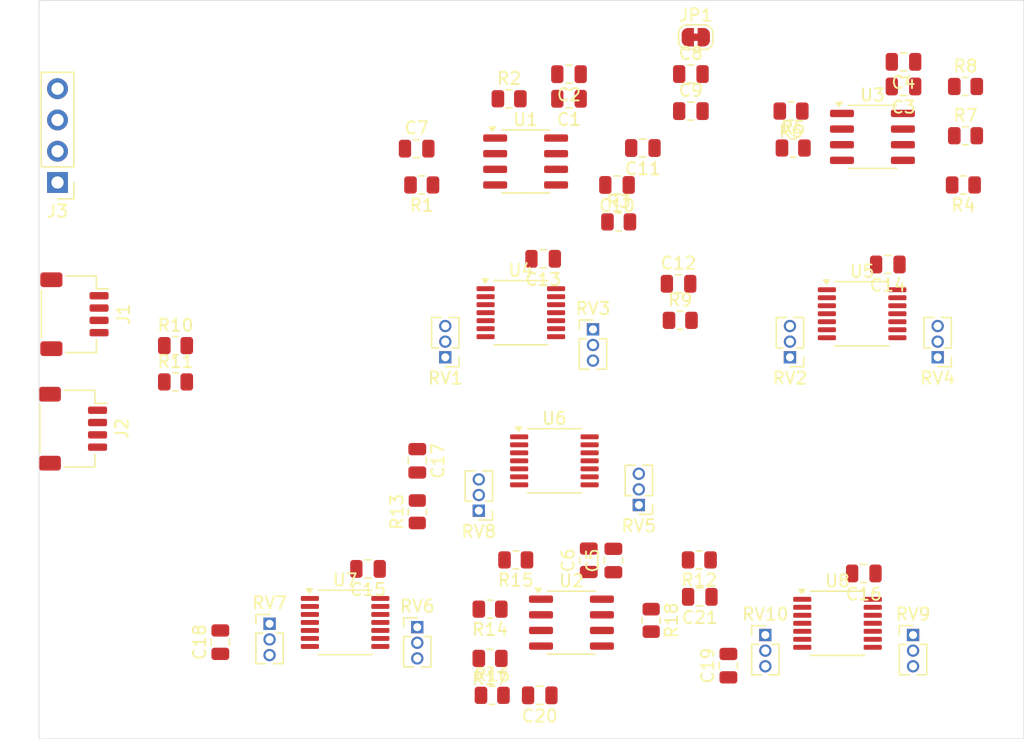
<source format=kicad_pcb>
(kicad_pcb (version 20240108) (generator "pcbnew") (generator_version "8.0")
  (layers (0 "F.Cu" signal) (31 "B.Cu" signal) (34 "B.Paste" user) (35 "F.Paste" user) (36 "B.SilkS" user "B.Silkscreen") (37 "F.SilkS" user "F.Silkscreen") (38 "B.Mask" user) (39 "F.Mask" user) (44 "Edge.Cuts" user))
  (net 0 "")
  (net 1 "VCC")
  (net 2 "GND")
  (net 3 "Net-(U1A-+)")
  (net 4 "/BASS_L_W")
  (net 5 "Net-(JP1-A)")
  (net 6 "Net-(U3A-+)")
  (net 7 "/BASS_L_B")
  (net 8 "Net-(C10-Pad1)")
  (net 9 "/LOWMID_L_A")
  (net 10 "/BASS_F_B")
  (net 11 "/TREBLE_F_A")
  (net 12 "+5V")
  (net 13 "Net-(C17-Pad2)")
  (net 14 "/LOWMID_L_W")
  (net 15 "/LOWMID_F1_B")
  (net 16 "/HIGHMID_F1_B")
  (net 17 "Net-(C20-Pad2)")
  (net 18 "/HIGHMID_L_W")
  (net 19 "/HIGHMID_L_B")
  (net 20 "Net-(U1A--)")
  (net 21 "/BASS_L_A")
  (net 22 "Net-(R4-Pad1)")
  (net 23 "/TREBLE_L_W")
  (net 24 "/BASS_F_A")
  (net 25 "Net-(U3A--)")
  (net 26 "Net-(U3B--)")
  (net 27 "/TREBLE_F_B")
  (net 28 "/SCL")
  (net 29 "/SDA")
  (net 30 "/LOWMID_F1_A")
  (net 31 "Net-(U2A--)")
  (net 32 "/HIGHMID_L_A")
  (net 33 "/HIGHMID_F1_A")
  (net 54 "Net-(U2B--)")
  (net 55 "/AUDIO_IN")
  (net 56 "/AUDIO_OUT")
  (footprint "Package_SO:TSSOP-14_4.4x5mm_P0.65mm" (layer "F.Cu") (at 139.1375 145.375)
    (property "Reference" "U4" (at 0 -3.45 0) (layer "F.SilkS"))
    (property "Value" "MCP4661-104E")
    (pad "1" smd roundrect (at -2.8625 -1.95) (size 1.475 0.4) (layers "F.Cu" "F.Paste" "F.Mask"))
    (pad "2" smd roundrect (at -2.8625 -1.3) (size 1.475 0.4) (layers "F.Cu" "F.Paste" "F.Mask") (net 28 "/SCL"))
    (pad "3" smd roundrect (at -2.8625 -0.65) (size 1.475 0.4) (layers "F.Cu" "F.Paste" "F.Mask") (net 29 "/SDA"))
    (pad "4" smd roundrect (at -2.8625 0) (size 1.475 0.4) (layers "F.Cu" "F.Paste" "F.Mask") (net 2 "GND"))
    (pad "5" smd roundrect (at -2.8625 0.65) (size 1.475 0.4) (layers "F.Cu" "F.Paste" "F.Mask") (net 7 "/BASS_L_B"))
    (pad "6" smd roundrect (at -2.8625 1.3) (size 1.475 0.4) (layers "F.Cu" "F.Paste" "F.Mask") (net 4 "/BASS_L_W"))
    (pad "7" smd roundrect (at -2.8625 1.95) (size 1.475 0.4) (layers "F.Cu" "F.Paste" "F.Mask") (net 21 "/BASS_L_A"))
    (pad "8" smd roundrect (at 2.8625 1.95) (size 1.475 0.4) (layers "F.Cu" "F.Paste" "F.Mask") (net 24 "/BASS_F_A"))
    (pad "9" smd roundrect (at 2.8625 1.3) (size 1.475 0.4) (layers "F.Cu" "F.Paste" "F.Mask") (net 10 "/BASS_F_B"))
    (pad "10" smd roundrect (at 2.8625 0.65) (size 1.475 0.4) (layers "F.Cu" "F.Paste" "F.Mask") (net 10 "/BASS_F_B"))
    (pad "11" smd roundrect (at 2.8625 0) (size 1.475 0.4) (layers "F.Cu" "F.Paste" "F.Mask"))
    (pad "12" smd roundrect (at 2.8625 -0.65) (size 1.475 0.4) (layers "F.Cu" "F.Paste" "F.Mask"))
    (pad "13" smd roundrect (at 2.8625 -1.3) (size 1.475 0.4) (layers "F.Cu" "F.Paste" "F.Mask"))
    (pad "14" smd roundrect (at 2.8625 -1.95) (size 1.475 0.4) (layers "F.Cu" "F.Paste" "F.Mask") (net 12 "+5V"))
  )
  (footprint "Jumper:SolderJumper-2_P1.3mm_Bridged_RoundedPad1.0x1.5mm" (layer "F.Cu") (at 153.35 123)
    (property "Reference" "JP1" (at 0 -1.8 0) (layer "F.SilkS"))
    (property "Value" "SolderJumper_2_Bridged")
    (fp_poly (pts (xy 0.25 -0.3) (xy -0.25 -0.3) (xy -0.25 0.3) (xy 0.25 0.3)) (fill solid) (layer "F.Cu"))
    (pad "1" smd custom (at -0.65 0) (size 1 0.5) (layers "F.Cu" "F.Mask") (net 5 "Net-(JP1-A)") (options (clearance outline) (anchor rect)) (primitives (gr_circle (center 0 0.25) (end 0.5 0.25) (width 0) (fill yes)) (gr_circle (center 0 -0.25) (end 0.5 -0.25) (width 0) (fill yes)) (gr_poly (pts (xy 0.5 0.75) (xy 0 0.75) (xy 0 -0.75) (xy 0.5 -0.75)) (width 0) (fill yes))))
    (pad "2" smd custom (at 0.65 0) (size 1 0.5) (layers "F.Cu" "F.Mask") (net 4 "/BASS_L_W") (options (clearance outline) (anchor rect)) (primitives (gr_circle (center 0 0.25) (end 0.5 0.25) (width 0) (fill yes)) (gr_circle (center 0 -0.25) (end 0.5 -0.25) (width 0) (fill yes)) (gr_poly (pts (xy 0 0.75) (xy -0.5 0.75) (xy -0.5 -0.75) (xy 0 -0.75)) (width 0) (fill yes))))
  )
  (footprint "Capacitor_SMD:C_0805_2012Metric" (layer "F.Cu") (at 140.675 176.46 180)
    (property "Reference" "C20" (at 0 -1.68 360) (layer "F.SilkS"))
    (property "Value" "22nF")
    (pad "1" smd roundrect (at -0.95 0 180) (size 1 1.45) (layers "F.Cu" "F.Paste" "F.Mask") (net 18 "/HIGHMID_L_W"))
    (pad "2" smd roundrect (at 0.95 0 180) (size 1 1.45) (layers "F.Cu" "F.Paste" "F.Mask") (net 17 "Net-(C20-Pad2)"))
  )
  (footprint "Resistor_SMD:R_0805_2012Metric" (layer "F.Cu") (at 138.1875 128)
    (property "Reference" "R2" (at 0 -1.65 0) (layer "F.SilkS"))
    (property "Value" "3.3k")
    (pad "1" smd roundrect (at -0.9125 0) (size 1.025 1.4) (layers "F.Cu" "F.Paste" "F.Mask") (roundrect_rratio 0.243902) (net 20 "Net-(U1A--)"))
    (pad "2" smd roundrect (at 0.9125 0) (size 1.025 1.4) (layers "F.Cu" "F.Paste" "F.Mask") (roundrect_rratio 0.243902) (net 21 "/BASS_L_A"))
  )
  (footprint "Capacitor_SMD:C_0805_2012Metric" (layer "F.Cu") (at 167 166.56 180)
    (property "Reference" "C16" (at 0 -1.68 360) (layer "F.SilkS"))
    (property "Value" "0.1uF")
    (pad "1" smd roundrect (at -0.95 0 180) (size 1 1.45) (layers "F.Cu" "F.Paste" "F.Mask") (net 12 "+5V"))
    (pad "2" smd roundrect (at 0.95 0 180) (size 1 1.45) (layers "F.Cu" "F.Paste" "F.Mask") (net 2 "GND"))
  )
  (footprint "Resistor_SMD:R_0805_2012Metric" (layer "F.Cu") (at 136.6375 169.46 180)
    (property "Reference" "R14" (at 0 -1.65 360) (layer "F.SilkS"))
    (property "Value" "2k7")
    (pad "1" smd roundrect (at -0.9125 0 180) (size 1.025 1.4) (layers "F.Cu" "F.Paste" "F.Mask") (roundrect_rratio 0.243902) (net 31 "Net-(U2A--)"))
    (pad "2" smd roundrect (at 0.9125 0 180) (size 1.025 1.4) (layers "F.Cu" "F.Paste" "F.Mask") (roundrect_rratio 0.243902) (net 30 "/LOWMID_F1_A"))
  )
  (footprint "Package_SO:TSSOP-14_4.4x5mm_P0.65mm" (layer "F.Cu") (at 141.8625 157.41)
    (property "Reference" "U6" (at 0 -3.45 360) (layer "F.SilkS"))
    (property "Value" "MCP4661-103E")
    (pad "1" smd roundrect (at -2.8625 -1.95) (size 1.475 0.4) (layers "F.Cu" "F.Paste" "F.Mask"))
    (pad "2" smd roundrect (at -2.8625 -1.3) (size 1.475 0.4) (layers "F.Cu" "F.Paste" "F.Mask") (net 28 "/SCL"))
    (pad "3" smd roundrect (at -2.8625 -0.65) (size 1.475 0.4) (layers "F.Cu" "F.Paste" "F.Mask") (net 29 "/SDA"))
    (pad "4" smd roundrect (at -2.8625 0) (size 1.475 0.4) (layers "F.Cu" "F.Paste" "F.Mask") (net 2 "GND"))
    (pad "5" smd roundrect (at -2.8625 0.65) (size 1.475 0.4) (layers "F.Cu" "F.Paste" "F.Mask") (net 19 "/HIGHMID_L_B"))
    (pad "6" smd roundrect (at -2.8625 1.3) (size 1.475 0.4) (layers "F.Cu" "F.Paste" "F.Mask") (net 18 "/HIGHMID_L_W"))
    (pad "7" smd roundrect (at -2.8625 1.95) (size 1.475 0.4) (layers "F.Cu" "F.Paste" "F.Mask") (net 32 "/HIGHMID_L_A"))
    (pad "8" smd roundrect (at 2.8625 1.95) (size 1.475 0.4) (layers "F.Cu" "F.Paste" "F.Mask") (net 9 "/LOWMID_L_A"))
    (pad "9" smd roundrect (at 2.8625 1.3) (size 1.475 0.4) (layers "F.Cu" "F.Paste" "F.Mask") (net 14 "/LOWMID_L_W"))
    (pad "10" smd roundrect (at 2.8625 0.65) (size 1.475 0.4) (layers "F.Cu" "F.Paste" "F.Mask") (net 32 "/HIGHMID_L_A"))
    (pad "11" smd roundrect (at 2.8625 0) (size 1.475 0.4) (layers "F.Cu" "F.Paste" "F.Mask"))
    (pad "12" smd roundrect (at 2.8625 -0.65) (size 1.475 0.4) (layers "F.Cu" "F.Paste" "F.Mask"))
    (pad "13" smd roundrect (at 2.8625 -1.3) (size 1.475 0.4) (layers "F.Cu" "F.Paste" "F.Mask"))
    (pad "14" smd roundrect (at 2.8625 -1.95) (size 1.475 0.4) (layers "F.Cu" "F.Paste" "F.Mask") (net 12 "+5V"))
  )
  (footprint "Resistor_SMD:R_0805_2012Metric" (layer "F.Cu") (at 136.6375 173.46 180)
    (property "Reference" "R17" (at 0 -1.65 360) (layer "F.SilkS"))
    (property "Value" "2k7")
    (pad "1" smd roundrect (at -0.9125 0 180) (size 1.025 1.4) (layers "F.Cu" "F.Paste" "F.Mask") (roundrect_rratio 0.243902) (net 54 "Net-(U2B--)"))
    (pad "2" smd roundrect (at 0.9125 0 180) (size 1.025 1.4) (layers "F.Cu" "F.Paste" "F.Mask") (roundrect_rratio 0.243902) (net 33 "/HIGHMID_F1_A"))
  )
  (footprint "Resistor_SMD:R_0805_2012Metric" (layer "F.Cu") (at 130.725 161.5475 90)
    (property "Reference" "R13" (at 0 -1.65 90) (layer "F.SilkS"))
    (property "Value" "10k")
    (pad "1" smd roundrect (at -0.9125 0 90) (size 1.025 1.4) (layers "F.Cu" "F.Paste" "F.Mask") (roundrect_rratio 0.243902) (net 30 "/LOWMID_F1_A"))
    (pad "2" smd roundrect (at 0.9125 0 90) (size 1.025 1.4) (layers "F.Cu" "F.Paste" "F.Mask") (roundrect_rratio 0.243902) (net 13 "Net-(C17-Pad2)"))
  )
  (footprint "Resistor_SMD:R_0805_2012Metric" (layer "F.Cu") (at 175.2625 127)
    (property "Reference" "R8" (at 0 -1.65 0) (layer "F.SilkS"))
    (property "Value" "2k2")
    (pad "1" smd roundrect (at -0.9125 0) (size 1.025 1.4) (layers "F.Cu" "F.Paste" "F.Mask") (roundrect_rratio 0.243902) (net 27 "/TREBLE_F_B"))
    (pad "2" smd roundrect (at 0.9125 0) (size 1.025 1.4) (layers "F.Cu" "F.Paste" "F.Mask") (roundrect_rratio 0.243902) (net 22 "Net-(R4-Pad1)"))
  )
  (footprint "Connector_JST:JST_SH_SM04B-SRSS-TB_1x04-1MP_P1.00mm_Horizontal" (layer "F.Cu") (at 102.75 154.8 -90)
    (property "Reference" "J2" (at 0 -3.98 90) (layer "F.SilkS"))
    (property "Value" "Conn_01x04")
    (pad "1" smd roundrect (at -1.5 -2 270) (size 0.6 1.55) (layers "F.Cu" "F.Paste" "F.Mask") (net 28 "/SCL"))
    (pad "2" smd roundrect (at -0.5 -2 270) (size 0.6 1.55) (layers "F.Cu" "F.Paste" "F.Mask") (net 29 "/SDA"))
    (pad "3" smd roundrect (at 0.5 -2 270) (size 0.6 1.55) (layers "F.Cu" "F.Paste" "F.Mask") (net 12 "+5V"))
    (pad "4" smd roundrect (at 1.5 -2 270) (size 0.6 1.55) (layers "F.Cu" "F.Paste" "F.Mask") (net 2 "GND"))
    (pad "MP" smd roundrect (at -2.8 1.875 270) (size 1.2 1.8) (layers "F.Cu" "F.Paste" "F.Mask") (roundrect_rratio 0.208333))
    (pad "MP" smd roundrect (at 2.8 1.875 270) (size 1.2 1.8) (layers "F.Cu" "F.Paste" "F.Mask") (roundrect_rratio 0.208333))
  )
  (footprint "Resistor_SMD:R_0805_2012Metric" (layer "F.Cu") (at 147.0875 138)
    (property "Reference" "R3" (at 0 -1.65 0) (layer "F.SilkS"))
    (property "Value" "3.3k")
    (pad "1" smd roundrect (at -0.9125 0) (size 1.025 1.4) (layers "F.Cu" "F.Paste" "F.Mask") (roundrect_rratio 0.243902) (net 7 "/BASS_L_B"))
    (pad "2" smd roundrect (at 0.9125 0) (size 1.025 1.4) (layers "F.Cu" "F.Paste" "F.Mask") (roundrect_rratio 0.243902) (net 8 "Net-(C10-Pad1)"))
  )
  (footprint "Capacitor_SMD:C_0805_2012Metric" (layer "F.Cu") (at 146.95 135 180)
    (property "Reference" "C10" (at 0 -1.68 360) (layer "F.SilkS"))
    (property "Value" "220pF")
    (pad "1" smd roundrect (at -0.95 0 180) (size 1 1.45) (layers "F.Cu" "F.Paste" "F.Mask") (net 8 "Net-(C10-Pad1)"))
    (pad "2" smd roundrect (at 0.95 0 180) (size 1 1.45) (layers "F.Cu" "F.Paste" "F.Mask") (net 7 "/BASS_L_B"))
  )
  (footprint "Package_SO:SOIC-8_3.9x4.9mm_P1.27mm" (layer "F.Cu") (at 167.7 131.095)
    (property "Reference" "U3" (at 0 -3.4 0) (layer "F.SilkS"))
    (property "Value" "TL072")
    (pad "1" smd roundrect (at -2.475 -1.905) (size 1.95 0.6) (layers "F.Cu" "F.Paste" "F.Mask") (net 25 "Net-(U3A--)"))
    (pad "2" smd roundrect (at -2.475 -0.635) (size 1.95 0.6) (layers "F.Cu" "F.Paste" "F.Mask") (net 25 "Net-(U3A--)"))
    (pad "3" smd roundrect (at -2.475 0.635) (size 1.95 0.6) (layers "F.Cu" "F.Paste" "F.Mask") (net 6 "Net-(U3A-+)"))
    (pad "4" smd roundrect (at -2.475 1.905) (size 1.95 0.6) (layers "F.Cu" "F.Paste" "F.Mask") (net 2 "GND"))
    (pad "5" smd roundrect (at 2.475 1.905) (size 1.95 0.6) (layers "F.Cu" "F.Paste" "F.Mask") (net 11 "/TREBLE_F_A"))
    (pad "6" smd roundrect (at 2.475 0.635) (size 1.95 0.6) (layers "F.Cu" "F.Paste" "F.Mask") (net 26 "Net-(U3B--)"))
    (pad "7" smd roundrect (at 2.475 -0.635) (size 1.95 0.6) (layers "F.Cu" "F.Paste" "F.Mask") (net 26 "Net-(U3B--)"))
    (pad "8" smd roundrect (at 2.475 -1.905) (size 1.95 0.6) (layers "F.Cu" "F.Paste" "F.Mask") (net 1 "VCC"))
  )
  (footprint "Resistor_SMD:R_0805_2012Metric" (layer "F.Cu") (at 175.2625 131)
    (property "Reference" "R7" (at 0 -1.65 0) (layer "F.SilkS"))
    (property "Value" "100")
    (pad "1" smd roundrect (at -0.9125 0) (size 1.025 1.4) (layers "F.Cu" "F.Paste" "F.Mask") (roundrect_rratio 0.243902) (net 26 "Net-(U3B--)"))
    (pad "2" smd roundrect (at 0.9125 0) (size 1.025 1.4) (layers "F.Cu" "F.Paste" "F.Mask") (roundrect_rratio 0.243902) (net 22 "Net-(R4-Pad1)"))
  )
  (footprint "Resistor_SMD:R_0805_2012Metric" (layer "F.Cu") (at 136.8125 176.46)
    (property "Reference" "R16" (at 0 -1.65 0) (layer "F.SilkS"))
    (property "Value" "10k")
    (pad "1" smd roundrect (at -0.9125 0) (size 1.025 1.4) (layers "F.Cu" "F.Paste" "F.Mask") (roundrect_rratio 0.243902) (net 33 "/HIGHMID_F1_A"))
    (pad "2" smd roundrect (at 0.9125 0) (size 1.025 1.4) (layers "F.Cu" "F.Paste" "F.Mask") (roundrect_rratio 0.243902) (net 17 "Net-(C20-Pad2)"))
  )
  (footprint "Resistor_SMD:R_0805_2012Metric" (layer "F.Cu") (at 131.0875 135 180)
    (property "Reference" "R1" (at 0 -1.65 360) (layer "F.SilkS"))
    (property "Value" "100k")
    (pad "1" smd roundrect (at -0.9125 0 180) (size 1.025 1.4) (layers "F.Cu" "F.Paste" "F.Mask") (roundrect_rratio 0.243902) (net 3 "Net-(U1A-+)"))
    (pad "2" smd roundrect (at 0.9125 0 180) (size 1.025 1.4) (layers "F.Cu" "F.Paste" "F.Mask") (roundrect_rratio 0.243902) (net 10 "/BASS_F_B"))
  )
  (footprint "Package_SO:TSSOP-14_4.4x5mm_P0.65mm" (layer "F.Cu") (at 124.8625 170.54)
    (property "Reference" "U7" (at 0 -3.45 0) (layer "F.SilkS"))
    (property "Value" "MCP4661-104E")
    (pad "1" smd roundrect (at -2.8625 -1.95) (size 1.475 0.4) (layers "F.Cu" "F.Paste" "F.Mask"))
    (pad "2" smd roundrect (at -2.8625 -1.3) (size 1.475 0.4) (layers "F.Cu" "F.Paste" "F.Mask") (net 28 "/SCL"))
    (pad "3" smd roundrect (at -2.8625 -0.65) (size 1.475 0.4) (layers "F.Cu" "F.Paste" "F.Mask") (net 29 "/SDA"))
    (pad "4" smd roundrect (at -2.8625 0) (size 1.475 0.4) (layers "F.Cu" "F.Paste" "F.Mask") (net 2 "GND"))
    (pad "5" smd roundrect (at -2.8625 0.65) (size 1.475 0.4) (layers "F.Cu" "F.Paste" "F.Mask") (net 10 "/BASS_F_B"))
    (pad "6" smd roundrect (at -2.8625 1.3) (size 1.475 0.4) (layers "F.Cu" "F.Paste" "F.Mask") (net 10 "/BASS_F_B"))
    (pad "7" smd roundrect (at -2.8625 1.95) (size 1.475 0.4) (layers "F.Cu" "F.Paste" "F.Mask") (net 15 "/LOWMID_F1_B"))
    (pad "8" smd roundrect (at 2.8625 1.95) (size 1.475 0.4) (layers "F.Cu" "F.Paste" "F.Mask") (net 30 "/LOWMID_F1_A"))
    (pad "9" smd roundrect (at 2.8625 1.3) (size 1.475 0.4) (layers "F.Cu" "F.Paste" "F.Mask") (net 15 "/LOWMID_F1_B"))
    (pad "10" smd roundrect (at 2.8625 0.65) (size 1.475 0.4) (layers "F.Cu" "F.Paste" "F.Mask") (net 15 "/LOWMID_F1_B"))
    (pad "11" smd roundrect (at 2.8625 0) (size 1.475 0.4) (layers "F.Cu" "F.Paste" "F.Mask"))
    (pad "12" smd roundrect (at 2.8625 -0.65) (size 1.475 0.4) (layers "F.Cu" "F.Paste" "F.Mask"))
    (pad "13" smd roundrect (at 2.8625 -1.3) (size 1.475 0.4) (layers "F.Cu" "F.Paste" "F.Mask"))
    (pad "14" smd roundrect (at 2.8625 -1.95) (size 1.475 0.4) (layers "F.Cu" "F.Paste" "F.Mask") (net 12 "+5V"))
  )
  (footprint "Resistor_SMD:R_0805_2012Metric" (layer "F.Cu") (at 111.0875 148.05)
    (property "Reference" "R10" (at 0 -1.65 0) (layer "F.SilkS"))
    (property "Value" "3.3k")
    (pad "1" smd roundrect (at -0.9125 0) (size 1.025 1.4) (layers "F.Cu" "F.Paste" "F.Mask") (roundrect_rratio 0.243902) (net 28 "/SCL"))
    (pad "2" smd roundrect (at 0.9125 0) (size 1.025 1.4) (layers "F.Cu" "F.Paste" "F.Mask") (roundrect_rratio 0.243902) (net 12 "+5V"))
  )
  (footprint "Capacitor_SMD:C_0805_2012Metric" (layer "F.Cu") (at 126.725 166.19 180)
    (property "Reference" "C15" (at 0 -1.68 360) (layer "F.SilkS"))
    (property "Value" "0.1uF")
    (pad "1" smd roundrect (at -0.95 0 180) (size 1 1.45) (layers "F.Cu" "F.Paste" "F.Mask") (net 12 "+5V"))
    (pad "2" smd roundrect (at 0.95 0 180) (size 1 1.45) (layers "F.Cu" "F.Paste" "F.Mask") (net 2 "GND"))
  )
  (footprint "Package_SO:TSSOP-14_4.4x5mm_P0.65mm" (layer "F.Cu") (at 166.8625 145.46)
    (property "Reference" "U5" (at 0 -3.45 0) (layer "F.SilkS"))
    (property "Value" "MCP4661-103E")
    (pad "1" smd roundrect (at -2.8625 -1.95) (size 1.475 0.4) (layers "F.Cu" "F.Paste" "F.Mask"))
    (pad "2" smd roundrect (at -2.8625 -1.3) (size 1.475 0.4) (layers "F.Cu" "F.Paste" "F.Mask") (net 28 "/SCL"))
    (pad "3" smd roundrect (at -2.8625 -0.65) (size 1.475 0.4) (layers "F.Cu" "F.Paste" "F.Mask") (net 29 "/SDA"))
    (pad "4" smd roundrect (at -2.8625 0) (size 1.475 0.4) (layers "F.Cu" "F.Paste" "F.Mask") (net 2 "GND"))
    (pad "5" smd roundrect (at -2.8625 0.65) (size 1.475 0.4) (layers "F.Cu" "F.Paste" "F.Mask") (net 7 "/BASS_L_B"))
    (pad "6" smd roundrect (at -2.8625 1.3) (size 1.475 0.4) (layers "F.Cu" "F.Paste" "F.Mask") (net 23 "/TREBLE_L_W"))
    (pad "7" smd roundrect (at -2.8625 1.95) (size 1.475 0.4) (layers "F.Cu" "F.Paste" "F.Mask") (net 21 "/BASS_L_A"))
    (pad "8" smd roundrect (at 2.8625 1.95) (size 1.475 0.4) (layers "F.Cu" "F.Paste" "F.Mask") (net 11 "/TREBLE_F_A"))
    (pad "9" smd roundrect (at 2.8625 1.3) (size 1.475 0.4) (layers "F.Cu" "F.Paste" "F.Mask") (net 11 "/TREBLE_F_A"))
    (pad "10" smd roundrect (at 2.8625 0.65) (size 1.475 0.4) (layers "F.Cu" "F.Paste" "F.Mask") (net 27 "/TREBLE_F_B"))
    (pad "11" smd roundrect (at 2.8625 0) (size 1.475 0.4) (layers "F.Cu" "F.Paste" "F.Mask"))
    (pad "12" smd roundrect (at 2.8625 -0.65) (size 1.475 0.4) (layers "F.Cu" "F.Paste" "F.Mask"))
    (pad "13" smd roundrect (at 2.8625 -1.3) (size 1.475 0.4) (layers "F.Cu" "F.Paste" "F.Mask"))
    (pad "14" smd roundrect (at 2.8625 -1.95) (size 1.475 0.4) (layers "F.Cu" "F.Paste" "F.Mask") (net 12 "+5V"))
  )
  (footprint "Capacitor_SMD:C_0805_2012Metric" (layer "F.Cu") (at 149.05 132 180)
    (property "Reference" "C11" (at 0 -1.68 360) (layer "F.SilkS"))
    (property "Value" "100uF")
    (pad "1" smd roundrect (at -0.95 0 180) (size 1 1.45) (layers "F.Cu" "F.Paste" "F.Mask") (net 9 "/LOWMID_L_A"))
    (pad "2" smd roundrect (at 0.95 0 180) (size 1 1.45) (layers "F.Cu" "F.Paste" "F.Mask") (net 8 "Net-(C10-Pad1)"))
  )
  (footprint "Connector_PinHeader_1.27mm:PinHeader_1x03_P1.27mm_Vertical" (layer "F.Cu") (at 173 149 180)
    (property "Reference" "RV4" (at 0 -1.695 360) (layer "F.SilkS"))
    (property "Value" "10k")
    (pad "1" thru_hole rect (at 0 0 180) (size 1 1) (drill 0.65) (layers "*.Cu" "*.Mask") (net 11 "/TREBLE_F_A"))
    (pad "2" thru_hole oval (at 0 1.27 180) (size 1 1) (drill 0.65) (layers "*.Cu" "*.Mask") (net 11 "/TREBLE_F_A"))
    (pad "3" thru_hole oval (at 0 2.54 180) (size 1 1) (drill 0.65) (layers "*.Cu" "*.Mask") (net 27 "/TREBLE_F_B"))
  )
  (footprint "Capacitor_SMD:C_0805_2012Metric" (layer "F.Cu") (at 140.95 141 180)
    (property "Reference" "C13" (at 0 -1.68 360) (layer "F.SilkS"))
    (property "Value" "0.1uF")
    (pad "1" smd roundrect (at -0.95 0 180) (size 1 1.45) (layers "F.Cu" "F.Paste" "F.Mask") (net 12 "+5V"))
    (pad "2" smd roundrect (at 0.95 0 180) (size 1 1.45) (layers "F.Cu" "F.Paste" "F.Mask") (net 2 "GND"))
  )
  (footprint "Resistor_SMD:R_0805_2012Metric" (layer "F.Cu") (at 149.725 170.3725 -90)
    (property "Reference" "R18" (at 0 -1.65 90) (layer "F.SilkS"))
    (property "Value" "2k7")
    (pad "1" smd roundrect (at -0.9125 0 270) (size 1.025 1.4) (layers "F.Cu" "F.Paste" "F.Mask") (roundrect_rratio 0.243902) (net 19 "/HIGHMID_L_B"))
    (pad "2" smd roundrect (at 0.9125 0 270) (size 1.025 1.4) (layers "F.Cu" "F.Paste" "F.Mask") (roundrect_rratio 0.243902) (net 54 "Net-(U2B--)"))
  )
  (footprint "Connector_PinHeader_1.27mm:PinHeader_1x03_P1.27mm_Vertical" (layer "F.Cu") (at 171 171.56)
    (property "Reference" "RV9" (at 0 -1.695 360) (layer "F.SilkS"))
    (property "Value" "100k")
    (pad "1" thru_hole rect (at 0 0) (size 1 1) (drill 0.65) (layers "*.Cu" "*.Mask") (net 16 "/HIGHMID_F1_B"))
    (pad "2" thru_hole oval (at 0 1.27) (size 1 1) (drill 0.65) (layers "*.Cu" "*.Mask") (net 16 "/HIGHMID_F1_B"))
    (pad "3" thru_hole oval (at 0 2.54) (size 1 1) (drill 0.65) (layers "*.Cu" "*.Mask") (net 33 "/HIGHMID_F1_A"))
  )
  (footprint "Capacitor_SMD:C_0805_2012Metric" (layer "F.Cu") (at 153.675 168.46 180)
    (property "Reference" "C21" (at 0 -1.68 360) (layer "F.SilkS"))
    (property "Value" "100uF")
    (pad "1" smd roundrect (at -0.95 0 180) (size 1 1.45) (layers "F.Cu" "F.Paste" "F.Mask") (net 56 "/AUDIO_OUT"))
    (pad "2" smd roundrect (at 0.95 0 180) (size 1 1.45) (layers "F.Cu" "F.Paste" "F.Mask") (net 19 "/HIGHMID_L_B"))
  )
  (footprint "Connector_PinHeader_1.27mm:PinHeader_1x03_P1.27mm_Vertical" (layer "F.Cu") (at 145 146.73)
    (property "Reference" "RV3" (at 0 -1.695 0) (layer "F.SilkS"))
    (property "Value" "100k")
    (pad "1" thru_hole rect (at 0 0) (size 1 1) (drill 0.65) (layers "*.Cu" "*.Mask") (net 10 "/BASS_F_B"))
    (pad "2" thru_hole oval (at 0 1.27) (size 1 1) (drill 0.65) (layers "*.Cu" "*.Mask") (net 10 "/BASS_F_B"))
    (pad "3" thru_hole oval (at 0 2.54) (size 1 1) (drill 0.65) (layers "*.Cu" "*.Mask") (net 24 "/BASS_F_A"))
  )
  (footprint "Resistor_SMD:R_0805_2012Metric" (layer "F.Cu") (at 111.0875 151)
    (property "Reference" "R11" (at 0 -1.65 0) (layer "F.SilkS"))
    (property "Value" "3.3k")
    (pad "1" smd roundrect (at -0.9125 0) (size 1.025 1.4) (layers "F.Cu" "F.Paste" "F.Mask") (roundrect_rratio 0.243902) (net 29 "/SDA"))
    (pad "2" smd roundrect (at 0.9125 0) (size 1.025 1.4) (layers "F.Cu" "F.Paste" "F.Mask") (roundrect_rratio 0.243902) (net 12 "+5V"))
  )
  (footprint "Resistor_SMD:R_0805_2012Metric" (layer "F.Cu") (at 152.0875 146)
    (property "Reference" "R9" (at 0 -1.65 0) (layer "F.SilkS"))
    (property "Value" "10M")
    (pad "1" smd roundrect (at -0.9125 0) (size 1.025 1.4) (layers "F.Cu" "F.Paste" "F.Mask") (roundrect_rratio 0.243902) (net 10 "/BASS_F_B"))
    (pad "2" smd roundrect (at 0.9125 0) (size 1.025 1.4) (layers "F.Cu" "F.Paste" "F.Mask") (roundrect_rratio 0.243902) (net 11 "/TREBLE_F_A"))
  )
  (footprint "Capacitor_SMD:C_0805_2012Metric" (layer "F.Cu") (at 156 174.05 90)
    (property "Reference" "C19" (at 0 -1.68 90) (layer "F.SilkS"))
    (property "Value" "4n7")
    (pad "1" smd roundrect (at -0.95 0 90) (size 1 1.45) (layers "F.Cu" "F.Paste" "F.Mask") (net 16 "/HIGHMID_F1_B"))
    (pad "2" smd roundrect (at 0.95 0 90) (size 1 1.45) (layers "F.Cu" "F.Paste" "F.Mask") (net 10 "/BASS_F_B"))
  )
  (footprint "Connector_PinHeader_1.27mm:PinHeader_1x03_P1.27mm_Vertical" (layer "F.Cu") (at 118.725 170.65)
    (property "Reference" "RV7" (at 0 -1.695 360) (layer "F.SilkS"))
    (property "Value" "100k")
    (pad "1" thru_hole rect (at 0 0) (size 1 1) (drill 0.65) (layers "*.Cu" "*.Mask") (net 10 "/BASS_F_B"))
    (pad "2" thru_hole oval (at 0 1.27) (size 1 1) (drill 0.65) (layers "*.Cu" "*.Mask") (net 10 "/BASS_F_B"))
    (pad "3" thru_hole oval (at 0 2.54) (size 1 1) (drill 0.65) (layers "*.Cu" "*.Mask") (net 15 "/LOWMID_F1_B"))
  )
  (footprint "Capacitor_SMD:C_0805_2012Metric" (layer "F.Cu") (at 144.655 165.49 90)
    (property "Reference" "C6" (at 0 -1.68 90) (layer "F.SilkS"))
    (property "Value" "C")
    (pad "1" smd roundrect (at -0.95 0 90) (size 1 1.45) (layers "F.Cu" "F.Paste" "F.Mask") (net 1 "VCC"))
    (pad "2" smd roundrect (at 0.95 0 90) (size 1 1.45) (layers "F.Cu" "F.Paste" "F.Mask") (net 2 "GND"))
  )
  (footprint "Capacitor_SMD:C_0805_2012Metric" (layer "F.Cu") (at 151.95 143.03)
    (property "Reference" "C12" (at 0 -1.68 0) (layer "F.SilkS"))
    (property "Value" "1nF")
    (pad "1" smd roundrect (at -0.95 0) (size 1 1.45) (layers "F.Cu" "F.Paste" "F.Mask") (net 10 "/BASS_F_B"))
    (pad "2" smd roundrect (at 0.95 0) (size 1 1.45) (layers "F.Cu" "F.Paste" "F.Mask") (net 11 "/TREBLE_F_A"))
  )
  (footprint "Capacitor_SMD:C_0805_2012Metric" (layer "F.Cu") (at 168.95 141.46 180)
    (property "Reference" "C14" (at 0 -1.68 360) (layer "F.SilkS"))
    (property "Value" "0.1uF")
    (pad "1" smd roundrect (at -0.95 0 180) (size 1 1.45) (layers "F.Cu" "F.Paste" "F.Mask") (net 12 "+5V"))
    (pad "2" smd roundrect (at 0.95 0 180) (size 1 1.45) (layers "F.Cu" "F.Paste" "F.Mask") (net 2 "GND"))
  )
  (footprint "Capacitor_SMD:C_0805_2012Metric" (layer "F.Cu") (at 114.725 172.14 90)
    (property "Reference" "C18" (at 0 -1.68 90) (layer "F.SilkS"))
    (property "Value" "22nF")
    (pad "1" smd roundrect (at -0.95 0 90) (size 1 1.45) (layers "F.Cu" "F.Paste" "F.Mask") (net 15 "/LOWMID_F1_B"))
    (pad "2" smd roundrect (at 0.95 0 90) (size 1 1.45) (layers "F.Cu" "F.Paste" "F.Mask") (net 10 "/BASS_F_B"))
  )
  (footprint "Package_SO:SOIC-8_3.9x4.9mm_P1.27mm" (layer "F.Cu") (at 139.525 133.095)
    (property "Reference" "U1" (at 0 -3.4 0) (layer "F.SilkS"))
    (property "Value" "NE5532")
    (pad "1" smd roundrect (at -2.475 -1.905) (size 1.95 0.6) (layers "F.Cu" "F.Paste" "F.Mask") (net 20 "Net-(U1A--)"))
    (pad "2" smd roundrect (at -2.475 -0.635) (size 1.95 0.6) (layers "F.Cu" "F.Paste" "F.Mask") (net 20 "Net-(U1A--)"))
    (pad "3" smd roundrect (at -2.475 0.635) (size 1.95 0.6) (layers "F.Cu" "F.Paste" "F.Mask") (net 3 "Net-(U1A-+)"))
    (pad "4" smd roundrect (at -2.475 1.905) (size 1.95 0.6) (layers "F.Cu" "F.Paste" "F.Mask") (net 2 "GND"))
    (pad "5" smd roundrect (at 2.475 1.905) (size 1.95 0.6) (layers "F.Cu" "F.Paste" "F.Mask") (net 21 "/BASS_L_A"))
    (pad "6" smd roundrect (at 2.475 0.635) (size 1.95 0.6) (layers "F.Cu" "F.Paste" "F.Mask") (net 7 "/BASS_L_B"))
    (pad "7" smd roundrect (at 2.475 -0.635) (size 1.95 0.6) (layers "F.Cu" "F.Paste" "F.Mask") (net 8 "Net-(C10-Pad1)"))
    (pad "8" smd roundrect (at 2.475 -1.905) (size 1.95 0.6) (layers "F.Cu" "F.Paste" "F.Mask") (net 1 "VCC"))
  )
  (footprint "Capacitor_SMD:C_0805_2012Metric" (layer "F.Cu") (at 146.655 165.51 90)
    (property "Reference" "C5" (at 0 -1.68 90) (layer "F.SilkS"))
    (property "Value" "C_Polarized")
    (pad "1" smd roundrect (at -0.95 0 90) (size 1 1.45) (layers "F.Cu" "F.Paste" "F.Mask") (net 1 "VCC"))
    (pad "2" smd roundrect (at 0.95 0 90) (size 1 1.45) (layers "F.Cu" "F.Paste" "F.Mask") (net 2 "GND"))
  )
  (footprint "Resistor_SMD:R_0805_2012Metric" (layer "F.Cu") (at 161.0875 129 180)
    (property "Reference" "R6" (at 0 -1.65 360) (layer "F.SilkS"))
    (property "Value" "1k")
    (pad "1" smd roundrect (at -0.9125 0 180) (size 1.025 1.4) (layers "F.Cu" "F.Paste" "F.Mask") (roundrect_rratio 0.243902) (net 25 "Net-(U3A--)"))
    (pad "2" smd roundrect (at 0.9125 0 180) (size 1.025 1.4) (layers "F.Cu" "F.Paste" "F.Mask") (roundrect_rratio 0.243902) (net 5 "Net-(JP1-A)"))
  )
  (footprint "Connector_PinHeader_1.27mm:PinHeader_1x03_P1.27mm_Vertical" (layer "F.Cu") (at 148.725 161 180)
    (property "Reference" "RV5" (at 0 -1.695 360) (layer "F.SilkS"))
    (property "Value" "10k")
    (pad "1" thru_hole rect (at 0 0 180) (size 1 1) (drill 0.65) (layers "*.Cu" "*.Mask") (net 9 "/LOWMID_L_A"))
    (pad "2" thru_hole oval (at 0 1.27 180) (size 1 1) (drill 0.65) (layers "*.Cu" "*.Mask") (net 14 "/LOWMID_L_W"))
    (pad "3" thru_hole oval (at 0 2.54 180) (size 1 1) (drill 0.65) (layers "*.Cu" "*.Mask") (net 32 "/HIGHMID_L_A"))
  )
  (footprint "Resistor_SMD:R_0805_2012Metric" (layer "F.Cu") (at 138.725 165.46 180)
    (property "Reference" "R15" (at 0 -1.65 360) (layer "F.SilkS"))
    (property "Value" "2k7")
    (pad "1" smd roundrect (at -0.9125 0 180) (size 1.025 1.4) (layers "F.Cu" "F.Paste" "F.Mask") (roundrect_rratio 0.243902) (net 32 "/HIGHMID_L_A"))
    (pad "2" smd roundrect (at 0.9125 0 180) (size 1.025 1.4) (layers "F.Cu" "F.Paste" "F.Mask") (roundrect_rratio 0.243902) (net 31 "Net-(U2A--)"))
  )
  (footprint "Resistor_SMD:R_0805_2012Metric" (layer "F.Cu") (at 153.6375 165.46 180)
    (property "Reference" "R12" (at 0 -1.65 360) (layer "F.SilkS"))
    (property "Value" "100k")
    (pad "1" smd roundrect (at -0.9125 0 180) (size 1.025 1.4) (layers "F.Cu" "F.Paste" "F.Mask") (roundrect_rratio 0.243902) (net 10 "/BASS_F_B"))
    (pad "2" smd roundrect (at 0.9125 0 180) (size 1.025 1.4) (layers "F.Cu" "F.Paste" "F.Mask") (roundrect_rratio 0.243902) (net 9 "/LOWMID_L_A"))
  )
  (footprint "Connector_PinHeader_2.54mm:PinHeader_1x04_P2.54mm_Vertical" (layer "F.Cu") (at 101.5 134.8 180)
    (property "Reference" "J3" (at 0 -2.33 180) (layer "F.SilkS"))
    (property "Value" "Conn_01x04")
    (pad "1" thru_hole rect (at 0 0 180) (size 1.7 1.7) (drill 1) (layers "*.Cu" "*.Mask") (net 56 "/AUDIO_OUT"))
    (pad "2" thru_hole oval (at 0 2.54 180) (size 1.7 1.7) (drill 1) (layers "*.Cu" "*.Mask") (net 2 "GND"))
    (pad "3" thru_hole oval (at 0 5.08 180) (size 1.7 1.7) (drill 1) (layers "*.Cu" "*.Mask") (net 55 "/AUDIO_IN"))
    (pad "4" thru_hole oval (at 0 7.62 180) (size 1.7 1.7) (drill 1) (layers "*.Cu" "*.Mask") (net 1 "VCC"))
  )
  (footprint "Package_SO:TSSOP-14_4.4x5mm_P0.65mm" (layer "F.Cu") (at 164.8625 170.61)
    (property "Reference" "U8" (at 0 -3.45 360) (layer "F.SilkS"))
    (property "Value" "MCP4661-104E")
    (pad "1" smd roundrect (at -2.8625 -1.95) (size 1.475 0.4) (layers "F.Cu" "F.Paste" "F.Mask"))
    (pad "2" smd roundrect (at -2.8625 -1.3) (size 1.475 0.4) (layers "F.Cu" "F.Paste" "F.Mask") (net 28 "/SCL"))
    (pad "3" smd roundrect (at -2.8625 -0.65) (size 1.475 0.4) (layers "F.Cu" "F.Paste" "F.Mask") (net 29 "/SDA"))
    (pad "4" smd roundrect (at -2.8625 0) (size 1.475 0.4) (layers "F.Cu" "F.Paste" "F.Mask") (net 2 "GND"))
    (pad "5" smd roundrect (at -2.8625 0.65) (size 1.475 0.4) (layers "F.Cu" "F.Paste" "F.Mask") (net 10 "/BASS_F_B"))
    (pad "6" smd roundrect (at -2.8625 1.3) (size 1.475 0.4) (layers "F.Cu" "F.Paste" "F.Mask") (net 10 "/BASS_F_B"))
    (pad "7" smd roundrect (at -2.8625 1.95) (size 1.475 0.4) (layers "F.Cu" "F.Paste" "F.Mask") (net 16 "/HIGHMID_F1_B"))
    (pad "8" smd roundrect (at 2.8625 1.95) (size 1.475 0.4) (layers "F.Cu" "F.Paste" "F.Mask") (net 33 "/HIGHMID_F1_A"))
    (pad "9" smd roundrect (at 2.8625 1.3) (size 1.475 0.4) (layers "F.Cu" "F.Paste" "F.Mask") (net 16 "/HIGHMID_F1_B"))
    (pad "10" smd roundrect (at 2.8625 0.65) (size 1.475 0.4) (layers "F.Cu" "F.Paste" "F.Mask") (net 16 "/HIGHMID_F1_B"))
    (pad "11" smd roundrect (at 2.8625 0) (size 1.475 0.4) (layers "F.Cu" "F.Paste" "F.Mask"))
    (pad "12" smd roundrect (at 2.8625 -0.65) (size 1.475 0.4) (layers "F.Cu" "F.Paste" "F.Mask"))
    (pad "13" smd roundrect (at 2.8625 -1.3) (size 1.475 0.4) (layers "F.Cu" "F.Paste" "F.Mask"))
    (pad "14" smd roundrect (at 2.8625 -1.95) (size 1.475 0.4) (layers "F.Cu" "F.Paste" "F.Mask") (net 12 "+5V"))
  )
  (footprint "Connector_JST:JST_SH_SM04B-SRSS-TB_1x04-1MP_P1.00mm_Horizontal" (layer "F.Cu") (at 102.875 145.5 -90)
    (property "Reference" "J1" (at 0 -3.98 90) (layer "F.SilkS"))
    (property "Value" "Conn_01x04")
    (pad "1" smd roundrect (at -1.5 -2 270) (size 0.6 1.55) (layers "F.Cu" "F.Paste" "F.Mask") (net 28 "/SCL"))
    (pad "2" smd roundrect (at -0.5 -2 270) (size 0.6 1.55) (layers "F.Cu" "F.Paste" "F.Mask") (net 29 "/SDA"))
    (pad "3" smd roundrect (at 0.5 -2 270) (size 0.6 1.55) (layers "F.Cu" "F.Paste" "F.Mask") (net 12 "+5V"))
    (pad "4" smd roundrect (at 1.5 -2 270) (size 0.6 1.55) (layers "F.Cu" "F.Paste" "F.Mask") (net 2 "GND"))
    (pad "MP" smd roundrect (at -2.8 1.875 270) (size 1.2 1.8) (layers "F.Cu" "F.Paste" "F.Mask") (roundrect_rratio 0.208333))
    (pad "MP" smd roundrect (at 2.8 1.875 270) (size 1.2 1.8) (layers "F.Cu" "F.Paste" "F.Mask") (roundrect_rratio 0.208333))
  )
  (footprint "Connector_PinHeader_1.27mm:PinHeader_1x03_P1.27mm_Vertical" (layer "F.Cu") (at 130.725 170.92)
    (property "Reference" "RV6" (at 0 -1.695 0) (layer "F.SilkS"))
    (property "Value" "100k")
    (pad "1" thru_hole rect (at 0 0) (size 1 1) (drill 0.65) (layers "*.Cu" "*.Mask") (net 15 "/LOWMID_F1_B"))
    (pad "2" thru_hole oval (at 0 1.27) (size 1 1) (drill 0.65) (layers "*.Cu" "*.Mask") (net 15 "/LOWMID_F1_B"))
    (pad "3" thru_hole oval (at 0 2.54) (size 1 1) (drill 0.65) (layers "*.Cu" "*.Mask") (net 30 "/LOWMID_F1_A"))
  )
  (footprint "Capacitor_SMD:C_0805_2012Metric" (layer "F.Cu") (at 170.225 127 180)
    (property "Reference" "C3" (at 0 -1.68 360) (layer "F.SilkS"))
    (property "Value" "C_Polarized")
    (pad "1" smd roundrect (at -0.95 0 180) (size 1 1.45) (layers "F.Cu" "F.Paste" "F.Mask") (net 1 "VCC"))
    (pad "2" smd roundrect (at 0.95 0 180) (size 1 1.45) (layers "F.Cu" "F.Paste" "F.Mask") (net 2 "GND"))
  )
  (footprint "Connector_PinHeader_1.27mm:PinHeader_1x03_P1.27mm_Vertical" (layer "F.Cu") (at 133 149 180)
    (property "Reference" "RV1" (at 0 -1.695 360) (layer "F.SilkS"))
    (property "Value" "100k")
    (pad "1" thru_hole rect (at 0 0 180) (size 1 1) (drill 0.65) (layers "*.Cu" "*.Mask") (net 21 "/BASS_L_A"))
    (pad "2" thru_hole oval (at 0 1.27 180) (size 1 1) (drill 0.65) (layers "*.Cu" "*.Mask") (net 4 "/BASS_L_W"))
    (pad "3" thru_hole oval (at 0 2.54 180) (size 1 1) (drill 0.65) (layers "*.Cu" "*.Mask") (net 7 "/BASS_L_B"))
  )
  (footprint "Connector_PinHeader_1.27mm:PinHeader_1x03_P1.27mm_Vertical" (layer "F.Cu") (at 135.725 161.46 180)
    (property "Reference" "RV8" (at 0 -1.695 360) (layer "F.SilkS"))
    (property "Value" "10k")
    (pad "1" thru_hole rect (at 0 0 180) (size 1 1) (drill 0.65) (layers "*.Cu" "*.Mask") (net 32 "/HIGHMID_L_A"))
    (pad "2" thru_hole oval (at 0 1.27 180) (size 1 1) (drill 0.65) (layers "*.Cu" "*.Mask") (net 18 "/HIGHMID_L_W"))
    (pad "3" thru_hole oval (at 0 2.54 180) (size 1 1) (drill 0.65) (layers "*.Cu" "*.Mask") (net 19 "/HIGHMID_L_B"))
  )
  (footprint "Resistor_SMD:R_0805_2012Metric" (layer "F.Cu") (at 175.0875 135 180)
    (property "Reference" "R4" (at 0 -1.65 360) (layer "F.SilkS"))
    (property "Value" "1k")
    (pad "1" smd roundrect (at -0.9125 0 180) (size 1.025 1.4) (layers "F.Cu" "F.Paste" "F.Mask") (roundrect_rratio 0.243902) (net 22 "Net-(R4-Pad1)"))
    (pad "2" smd roundrect (at 0.9125 0 180) (size 1.025 1.4) (layers "F.Cu" "F.Paste" "F.Mask") (roundrect_rratio 0.243902) (net 23 "/TREBLE_L_W"))
  )
  (footprint "Connector_PinHeader_1.27mm:PinHeader_1x03_P1.27mm_Vertical" (layer "F.Cu") (at 159 171.56)
    (property "Reference" "RV10" (at 0 -1.695 0) (layer "F.SilkS"))
    (property "Value" "100k")
    (pad "1" thru_hole rect (at 0 0) (size 1 1) (drill 0.65) (layers "*.Cu" "*.Mask") (net 10 "/BASS_F_B"))
    (pad "2" thru_hole oval (at 0 1.27) (size 1 1) (drill 0.65) (layers "*.Cu" "*.Mask") (net 10 "/BASS_F_B"))
    (pad "3" thru_hole oval (at 0 2.54) (size 1 1) (drill 0.65) (layers "*.Cu" "*.Mask") (net 16 "/HIGHMID_F1_B"))
  )
  (footprint "Resistor_SMD:R_0805_2012Metric" (layer "F.Cu") (at 161.2625 132)
    (property "Reference" "R5" (at 0 -1.65 0) (layer "F.SilkS"))
    (property "Value" "22k")
    (pad "1" smd roundrect (at -0.9125 0) (size 1.025 1.4) (layers "F.Cu" "F.Paste" "F.Mask") (roundrect_rratio 0.243902) (net 24 "/BASS_F_A"))
    (pad "2" smd roundrect (at 0.9125 0) (size 1.025 1.4) (layers "F.Cu" "F.Paste" "F.Mask") (roundrect_rratio 0.243902) (net 6 "Net-(U3A-+)"))
  )
  (footprint "Capacitor_SMD:C_0805_2012Metric" (layer "F.Cu") (at 143.05 128 180)
    (property "Reference" "C1" (at 0 -1.68 360) (layer "F.SilkS"))
    (property "Value" "C")
    (pad "1" smd roundrect (at -0.95 0 180) (size 1 1.45) (layers "F.Cu" "F.Paste" "F.Mask") (net 1 "VCC"))
    (pad "2" smd roundrect (at 0.95 0 180) (size 1 1.45) (layers "F.Cu" "F.Paste" "F.Mask") (net 2 "GND"))
  )
  (footprint "Capacitor_SMD:C_0805_2012Metric" (layer "F.Cu") (at 143.05 126 180)
    (property "Reference" "C2" (at 0 -1.68 360) (layer "F.SilkS"))
    (property "Value" "C_Polarized")
    (pad "1" smd roundrect (at -0.95 0 180) (size 1 1.45) (layers "F.Cu" "F.Paste" "F.Mask") (net 1 "VCC"))
    (pad "2" smd roundrect (at 0.95 0 180) (size 1 1.45) (layers "F.Cu" "F.Paste" "F.Mask") (net 2 "GND"))
  )
  (footprint "Capacitor_SMD:C_0805_2012Metric" (layer "F.Cu") (at 170.225 125 180)
    (property "Reference" "C4" (at 0 -1.68 360) (layer "F.SilkS"))
    (property "Value" "C")
    (pad "1" smd roundrect (at -0.95 0 180) (size 1 1.45) (layers "F.Cu" "F.Paste" "F.Mask") (net 1 "VCC"))
    (pad "2" smd roundrect (at 0.95 0 180) (size 1 1.45) (layers "F.Cu" "F.Paste" "F.Mask") (net 2 "GND"))
  )
  (footprint "Capacitor_SMD:C_0805_2012Metric" (layer "F.Cu") (at 152.95 129)
    (property "Reference" "C9" (at 0 -1.68 0) (layer "F.SilkS"))
    (property "Value" "47nF")
    (pad "1" smd roundrect (at -0.95 0) (size 1 1.45) (layers "F.Cu" "F.Paste" "F.Mask") (net 6 "Net-(U3A-+)"))
    (pad "2" smd roundrect (at 0.95 0) (size 1 1.45) (layers "F.Cu" "F.Paste" "F.Mask") (net 5 "Net-(JP1-A)"))
  )
  (footprint "Connector_PinHeader_1.27mm:PinHeader_1x03_P1.27mm_Vertical" (layer "F.Cu") (at 161 149 180)
    (property "Reference" "RV2" (at 0 -1.695 360) (layer "F.SilkS"))
    (property "Value" "10k")
    (pad "1" thru_hole rect (at 0 0 180) (size 1 1) (drill 0.65) (layers "*.Cu" "*.Mask") (net 21 "/BASS_L_A"))
    (pad "2" thru_hole oval (at 0 1.27 180) (size 1 1) (drill 0.65) (layers "*.Cu" "*.Mask") (net 23 "/TREBLE_L_W"))
    (pad "3" thru_hole oval (at 0 2.54 180) (size 1 1) (drill 0.65) (layers "*.Cu" "*.Mask") (net 7 "/BASS_L_B"))
  )
  (footprint "Capacitor_SMD:C_0805_2012Metric" (layer "F.Cu") (at 130.725 157.41 -90)
    (property "Reference" "C17" (at 0 -1.68 90) (layer "F.SilkS"))
    (property "Value" "22nF")
    (pad "1" smd roundrect (at -0.95 0 270) (size 1 1.45) (layers "F.Cu" "F.Paste" "F.Mask") (net 14 "/LOWMID_L_W"))
    (pad "2" smd roundrect (at 0.95 0 270) (size 1 1.45) (layers "F.Cu" "F.Paste" "F.Mask") (net 13 "Net-(C17-Pad2)"))
  )
  (footprint "Capacitor_SMD:C_0805_2012Metric" (layer "F.Cu") (at 130.675 132.05)
    (property "Reference" "C7" (at 0 -1.68 0) (layer "F.SilkS"))
    (property "Value" "C")
    (pad "1" smd roundrect (at -0.95 0) (size 1 1.45) (layers "F.Cu" "F.Paste" "F.Mask") (net 55 "/AUDIO_IN"))
    (pad "2" smd roundrect (at 0.95 0) (size 1 1.45) (layers "F.Cu" "F.Paste" "F.Mask") (net 3 "Net-(U1A-+)"))
  )
  (footprint "Package_SO:SOIC-8_3.9x4.9mm_P1.27mm" (layer "F.Cu") (at 143.25 170.555)
    (property "Reference" "U2" (at 0 -3.4 0) (layer "F.SilkS"))
    (property "Value" "NE5532")
    (pad "1" smd roundrect (at -2.475 -1.905) (size 1.95 0.6) (layers "F.Cu" "F.Paste" "F.Mask") (net 32 "/HIGHMID_L_A"))
    (pad "2" smd roundrect (at -2.475 -0.635) (size 1.95 0.6) (layers "F.Cu" "F.Paste" "F.Mask") (net 31 "Net-(U2A--)"))
    (pad "3" smd roundrect (at -2.475 0.635) (size 1.95 0.6) (layers "F.Cu" "F.Paste" "F.Mask") (net 15 "/LOWMID_F1_B"))
    (pad "4" smd roundrect (at -2.475 1.905) (size 1.95 0.6) (layers "F.Cu" "F.Paste" "F.Mask") (net 2 "GND"))
    (pad "5" smd roundrect (at 2.475 1.905) (size 1.95 0.6) (layers "F.Cu" "F.Paste" "F.Mask") (net 16 "/HIGHMID_F1_B"))
    (pad "6" smd roundrect (at 2.475 0.635) (size 1.95 0.6) (layers "F.Cu" "F.Paste" "F.Mask") (net 54 "Net-(U2B--)"))
    (pad "7" smd roundrect (at 2.475 -0.635) (size 1.95 0.6) (layers "F.Cu" "F.Paste" "F.Mask") (net 19 "/HIGHMID_L_B"))
    (pad "8" smd roundrect (at 2.475 -1.905) (size 1.95 0.6) (layers "F.Cu" "F.Paste" "F.Mask") (net 1 "VCC"))
  )
  (footprint "Capacitor_SMD:C_0805_2012Metric" (layer "F.Cu") (at 152.95 125.99)
    (property "Reference" "C8" (at 0 -1.68 0) (layer "F.SilkS"))
    (property "Value" "4.7uF")
    (pad "1" smd roundrect (at -0.95 0) (size 1 1.45) (layers "F.Cu" "F.Paste" "F.Mask") (net 5 "Net-(JP1-A)"))
    (pad "2" smd roundrect (at 0.95 0) (size 1 1.45) (layers "F.Cu" "F.Paste" "F.Mask") (net 4 "/BASS_L_W"))
  )
  (gr_rect (start 100 120) (end 180 180) (stroke (width 0.05)) (fill none) (layer "Edge.Cuts"))
)
</source>
